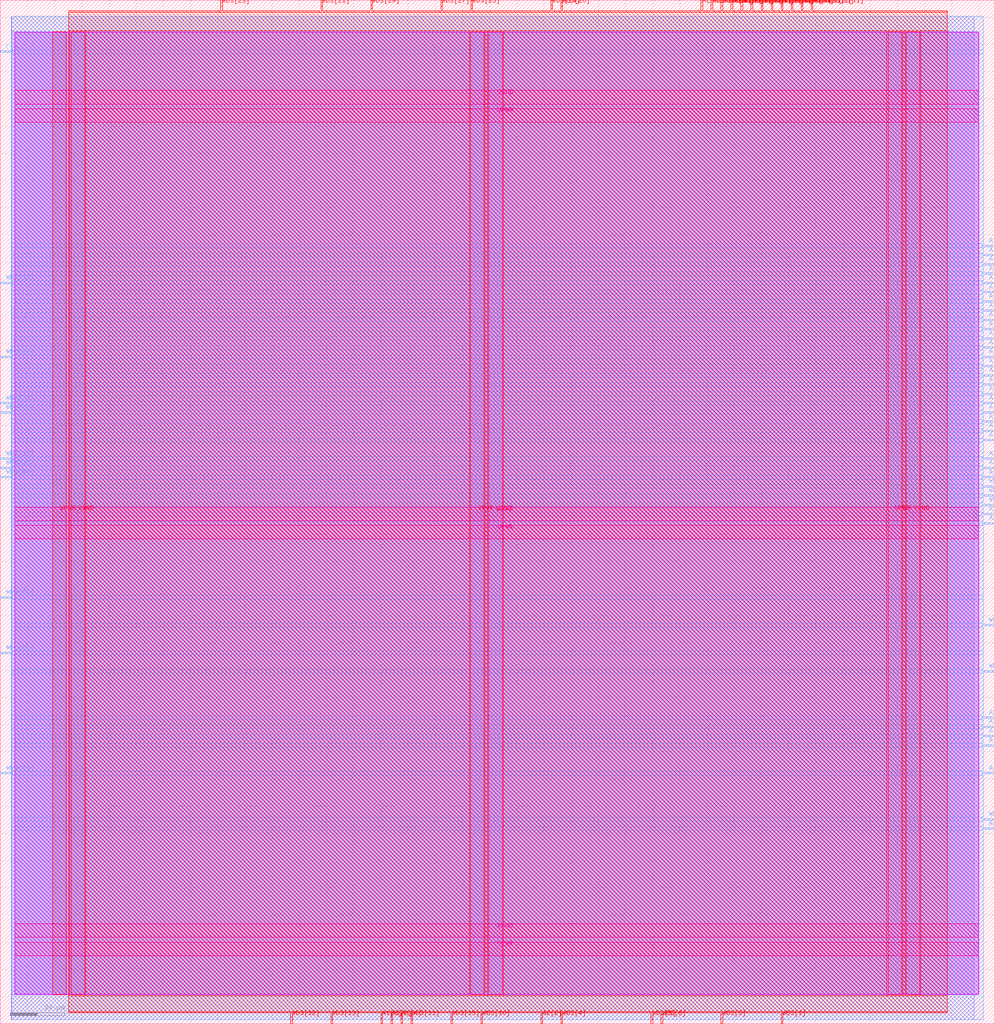
<source format=lef>
VERSION 5.7 ;
  NOWIREEXTENSIONATPIN ON ;
  DIVIDERCHAR "/" ;
  BUSBITCHARS "[]" ;
MACRO top
  CLASS BLOCK ;
  FOREIGN top ;
  ORIGIN 0.000 0.000 ;
  SIZE 365.580 BY 376.300 ;
  PIN A1[0]
    DIRECTION INPUT ;
    USE SIGNAL ;
    ANTENNAGATEAREA 0.126000 ;
    PORT
      LAYER met3 ;
        RECT 361.580 105.440 365.580 106.040 ;
    END
  END A1[0]
  PIN A1[1]
    DIRECTION INPUT ;
    USE SIGNAL ;
    ANTENNAGATEAREA 0.196500 ;
    PORT
      LAYER met3 ;
        RECT 361.580 102.040 365.580 102.640 ;
    END
  END A1[1]
  PIN A1[2]
    DIRECTION INPUT ;
    USE SIGNAL ;
    ANTENNAGATEAREA 0.247500 ;
    PORT
      LAYER met4 ;
        RECT 143.680 0.000 144.280 4.000 ;
    END
  END A1[2]
  PIN A1[3]
    DIRECTION INPUT ;
    USE SIGNAL ;
    ANTENNAGATEAREA 0.247500 ;
    PORT
      LAYER met4 ;
        RECT 140.000 0.000 140.600 4.000 ;
    END
  END A1[3]
  PIN A1[4]
    DIRECTION INPUT ;
    USE SIGNAL ;
    ANTENNAGATEAREA 0.213000 ;
    PORT
      LAYER met4 ;
        RECT 147.360 0.000 147.960 4.000 ;
    END
  END A1[4]
  PIN A2[0]
    DIRECTION INPUT ;
    USE SIGNAL ;
    ANTENNAGATEAREA 6.873000 ;
    PORT
      LAYER met3 ;
        RECT 361.580 112.240 365.580 112.840 ;
    END
  END A2[0]
  PIN A2[1]
    DIRECTION INPUT ;
    USE SIGNAL ;
    ANTENNAGATEAREA 0.921000 ;
    PORT
      LAYER met3 ;
        RECT 361.580 108.840 365.580 109.440 ;
    END
  END A2[1]
  PIN A2[2]
    DIRECTION INPUT ;
    USE SIGNAL ;
    ANTENNAGATEAREA 0.196500 ;
    PORT
      LAYER met4 ;
        RECT 198.880 0.000 199.480 4.000 ;
    END
  END A2[2]
  PIN A2[3]
    DIRECTION INPUT ;
    USE SIGNAL ;
    ANTENNAGATEAREA 0.126000 ;
    PORT
      LAYER met3 ;
        RECT 361.580 71.440 365.580 72.040 ;
    END
  END A2[3]
  PIN A2[4]
    DIRECTION INPUT ;
    USE SIGNAL ;
    ANTENNAGATEAREA 0.247500 ;
    PORT
      LAYER met3 ;
        RECT 361.580 91.840 365.580 92.440 ;
    END
  END A2[4]
  PIN A3[0]
    DIRECTION INPUT ;
    USE SIGNAL ;
    ANTENNAGATEAREA 0.213000 ;
    PORT
      LAYER met3 ;
        RECT 361.580 183.640 365.580 184.240 ;
    END
  END A3[0]
  PIN A3[1]
    DIRECTION INPUT ;
    USE SIGNAL ;
    ANTENNAGATEAREA 0.159000 ;
    PORT
      LAYER met3 ;
        RECT 361.580 187.040 365.580 187.640 ;
    END
  END A3[1]
  PIN A3[2]
    DIRECTION INPUT ;
    USE SIGNAL ;
    ANTENNAGATEAREA 0.159000 ;
    PORT
      LAYER met3 ;
        RECT 361.580 207.440 365.580 208.040 ;
    END
  END A3[2]
  PIN A3[3]
    DIRECTION INPUT ;
    USE SIGNAL ;
    ANTENNAGATEAREA 0.159000 ;
    PORT
      LAYER met3 ;
        RECT 361.580 204.040 365.580 204.640 ;
    END
  END A3[3]
  PIN A3[4]
    DIRECTION INPUT ;
    USE SIGNAL ;
    ANTENNAGATEAREA 0.159000 ;
    PORT
      LAYER met3 ;
        RECT 361.580 200.640 365.580 201.240 ;
    END
  END A3[4]
  PIN ALUOp[0]
    DIRECTION INPUT ;
    USE SIGNAL ;
    ANTENNAGATEAREA 0.213000 ;
    PORT
      LAYER met3 ;
        RECT 361.580 214.240 365.580 214.840 ;
    END
  END ALUOp[0]
  PIN ALUOp[1]
    DIRECTION INPUT ;
    USE SIGNAL ;
    ANTENNAGATEAREA 0.213000 ;
    PORT
      LAYER met3 ;
        RECT 361.580 221.040 365.580 221.640 ;
    END
  END ALUOp[1]
  PIN ALUResult[0]
    DIRECTION OUTPUT ;
    USE SIGNAL ;
    ANTENNADIFFAREA 1.336500 ;
    PORT
      LAYER met3 ;
        RECT 361.580 224.440 365.580 225.040 ;
    END
  END ALUResult[0]
  PIN ALUResult[10]
    DIRECTION OUTPUT ;
    USE SIGNAL ;
    ANTENNADIFFAREA 0.445500 ;
    PORT
      LAYER met3 ;
        RECT 361.580 258.440 365.580 259.040 ;
    END
  END ALUResult[10]
  PIN ALUResult[11]
    DIRECTION OUTPUT ;
    USE SIGNAL ;
    ANTENNADIFFAREA 0.795200 ;
    PORT
      LAYER met4 ;
        RECT 298.240 372.300 298.840 376.300 ;
    END
  END ALUResult[11]
  PIN ALUResult[12]
    DIRECTION OUTPUT ;
    USE SIGNAL ;
    ANTENNADIFFAREA 1.336500 ;
    PORT
      LAYER met3 ;
        RECT 361.580 244.840 365.580 245.440 ;
    END
  END ALUResult[12]
  PIN ALUResult[13]
    DIRECTION OUTPUT ;
    USE SIGNAL ;
    ANTENNADIFFAREA 0.445500 ;
    PORT
      LAYER met3 ;
        RECT 361.580 248.240 365.580 248.840 ;
    END
  END ALUResult[13]
  PIN ALUResult[14]
    DIRECTION OUTPUT ;
    USE SIGNAL ;
    ANTENNADIFFAREA 1.336500 ;
    PORT
      LAYER met3 ;
        RECT 361.580 255.040 365.580 255.640 ;
    END
  END ALUResult[14]
  PIN ALUResult[15]
    DIRECTION OUTPUT ;
    USE SIGNAL ;
    ANTENNADIFFAREA 0.795200 ;
    PORT
      LAYER met4 ;
        RECT 257.760 372.300 258.360 376.300 ;
    END
  END ALUResult[15]
  PIN ALUResult[16]
    DIRECTION OUTPUT ;
    USE SIGNAL ;
    ANTENNADIFFAREA 1.336500 ;
    PORT
      LAYER met3 ;
        RECT 361.580 285.640 365.580 286.240 ;
    END
  END ALUResult[16]
  PIN ALUResult[17]
    DIRECTION OUTPUT ;
    USE SIGNAL ;
    ANTENNADIFFAREA 0.445500 ;
    PORT
      LAYER met3 ;
        RECT 361.580 272.040 365.580 272.640 ;
    END
  END ALUResult[17]
  PIN ALUResult[18]
    DIRECTION OUTPUT ;
    USE SIGNAL ;
    ANTENNADIFFAREA 0.795200 ;
    PORT
      LAYER met3 ;
        RECT 361.580 261.840 365.580 262.440 ;
    END
  END ALUResult[18]
  PIN ALUResult[19]
    DIRECTION OUTPUT ;
    USE SIGNAL ;
    ANTENNADIFFAREA 0.445500 ;
    PORT
      LAYER met3 ;
        RECT 361.580 275.440 365.580 276.040 ;
    END
  END ALUResult[19]
  PIN ALUResult[1]
    DIRECTION OUTPUT ;
    USE SIGNAL ;
    ANTENNADIFFAREA 1.336500 ;
    PORT
      LAYER met3 ;
        RECT 361.580 217.640 365.580 218.240 ;
    END
  END ALUResult[1]
  PIN ALUResult[20]
    DIRECTION OUTPUT ;
    USE SIGNAL ;
    ANTENNADIFFAREA 0.445500 ;
    PORT
      LAYER met3 ;
        RECT 361.580 282.240 365.580 282.840 ;
    END
  END ALUResult[20]
  PIN ALUResult[21]
    DIRECTION OUTPUT ;
    USE SIGNAL ;
    ANTENNADIFFAREA 0.445500 ;
    PORT
      LAYER met3 ;
        RECT 361.580 278.840 365.580 279.440 ;
    END
  END ALUResult[21]
  PIN ALUResult[22]
    DIRECTION OUTPUT ;
    USE SIGNAL ;
    ANTENNADIFFAREA 0.795200 ;
    PORT
      LAYER met4 ;
        RECT 265.120 372.300 265.720 376.300 ;
    END
  END ALUResult[22]
  PIN ALUResult[23]
    DIRECTION OUTPUT ;
    USE SIGNAL ;
    ANTENNADIFFAREA 0.795200 ;
    PORT
      LAYER met4 ;
        RECT 261.440 372.300 262.040 376.300 ;
    END
  END ALUResult[23]
  PIN ALUResult[24]
    DIRECTION OUTPUT ;
    USE SIGNAL ;
    ANTENNADIFFAREA 0.795200 ;
    PORT
      LAYER met4 ;
        RECT 268.800 372.300 269.400 376.300 ;
    END
  END ALUResult[24]
  PIN ALUResult[25]
    DIRECTION OUTPUT ;
    USE SIGNAL ;
    ANTENNADIFFAREA 0.795200 ;
    PORT
      LAYER met4 ;
        RECT 294.560 372.300 295.160 376.300 ;
    END
  END ALUResult[25]
  PIN ALUResult[26]
    DIRECTION OUTPUT ;
    USE SIGNAL ;
    ANTENNADIFFAREA 0.795200 ;
    PORT
      LAYER met4 ;
        RECT 272.480 372.300 273.080 376.300 ;
    END
  END ALUResult[26]
  PIN ALUResult[27]
    DIRECTION OUTPUT ;
    USE SIGNAL ;
    ANTENNADIFFAREA 0.795200 ;
    PORT
      LAYER met4 ;
        RECT 279.840 372.300 280.440 376.300 ;
    END
  END ALUResult[27]
  PIN ALUResult[28]
    DIRECTION OUTPUT ;
    USE SIGNAL ;
    ANTENNADIFFAREA 0.795200 ;
    PORT
      LAYER met4 ;
        RECT 290.880 372.300 291.480 376.300 ;
    END
  END ALUResult[28]
  PIN ALUResult[29]
    DIRECTION OUTPUT ;
    USE SIGNAL ;
    ANTENNADIFFAREA 1.782000 ;
    PORT
      LAYER met4 ;
        RECT 276.160 372.300 276.760 376.300 ;
    END
  END ALUResult[29]
  PIN ALUResult[2]
    DIRECTION OUTPUT ;
    USE SIGNAL ;
    ANTENNADIFFAREA 0.445500 ;
    PORT
      LAYER met3 ;
        RECT 361.580 234.640 365.580 235.240 ;
    END
  END ALUResult[2]
  PIN ALUResult[30]
    DIRECTION OUTPUT ;
    USE SIGNAL ;
    ANTENNADIFFAREA 1.336500 ;
    PORT
      LAYER met4 ;
        RECT 283.520 372.300 284.120 376.300 ;
    END
  END ALUResult[30]
  PIN ALUResult[31]
    DIRECTION OUTPUT ;
    USE SIGNAL ;
    ANTENNADIFFAREA 0.795200 ;
    PORT
      LAYER met4 ;
        RECT 287.200 372.300 287.800 376.300 ;
    END
  END ALUResult[31]
  PIN ALUResult[3]
    DIRECTION OUTPUT ;
    USE SIGNAL ;
    ANTENNADIFFAREA 0.445500 ;
    PORT
      LAYER met3 ;
        RECT 361.580 241.440 365.580 242.040 ;
    END
  END ALUResult[3]
  PIN ALUResult[4]
    DIRECTION OUTPUT ;
    USE SIGNAL ;
    ANTENNADIFFAREA 0.445500 ;
    PORT
      LAYER met3 ;
        RECT 361.580 238.040 365.580 238.640 ;
    END
  END ALUResult[4]
  PIN ALUResult[5]
    DIRECTION OUTPUT ;
    USE SIGNAL ;
    ANTENNADIFFAREA 0.445500 ;
    PORT
      LAYER met3 ;
        RECT 361.580 251.640 365.580 252.240 ;
    END
  END ALUResult[5]
  PIN ALUResult[6]
    DIRECTION OUTPUT ;
    USE SIGNAL ;
    ANTENNADIFFAREA 0.445500 ;
    PORT
      LAYER met3 ;
        RECT 361.580 227.840 365.580 228.440 ;
    END
  END ALUResult[6]
  PIN ALUResult[7]
    DIRECTION OUTPUT ;
    USE SIGNAL ;
    ANTENNADIFFAREA 0.445500 ;
    PORT
      LAYER met3 ;
        RECT 361.580 231.240 365.580 231.840 ;
    END
  END ALUResult[7]
  PIN ALUResult[8]
    DIRECTION OUTPUT ;
    USE SIGNAL ;
    ANTENNADIFFAREA 0.445500 ;
    PORT
      LAYER met3 ;
        RECT 361.580 268.640 365.580 269.240 ;
    END
  END ALUResult[8]
  PIN ALUResult[9]
    DIRECTION OUTPUT ;
    USE SIGNAL ;
    ANTENNADIFFAREA 0.445500 ;
    PORT
      LAYER met3 ;
        RECT 361.580 265.240 365.580 265.840 ;
    END
  END ALUResult[9]
  PIN CLK
    DIRECTION INPUT ;
    USE SIGNAL ;
    ANTENNAGATEAREA 0.852000 ;
    PORT
      LAYER met3 ;
        RECT 0.000 357.040 4.000 357.640 ;
    END
  END CLK
  PIN VGND
    DIRECTION INOUT ;
    USE GROUND ;
    PORT
      LAYER met4 ;
        RECT 26.040 10.640 31.040 364.720 ;
    END
    PORT
      LAYER met4 ;
        RECT 179.640 10.640 184.640 364.720 ;
    END
    PORT
      LAYER met4 ;
        RECT 333.240 10.640 338.240 364.720 ;
    END
    PORT
      LAYER met5 ;
        RECT 5.280 31.730 359.960 36.730 ;
    END
    PORT
      LAYER met5 ;
        RECT 5.280 184.910 359.960 189.910 ;
    END
    PORT
      LAYER met5 ;
        RECT 5.280 338.090 359.960 343.090 ;
    END
  END VGND
  PIN VPWR
    DIRECTION INOUT ;
    USE POWER ;
    PORT
      LAYER met4 ;
        RECT 19.340 10.640 24.340 364.720 ;
    END
    PORT
      LAYER met4 ;
        RECT 172.940 10.640 177.940 364.720 ;
    END
    PORT
      LAYER met4 ;
        RECT 326.540 10.640 331.540 364.720 ;
    END
    PORT
      LAYER met5 ;
        RECT 5.280 25.030 359.960 30.030 ;
    END
    PORT
      LAYER met5 ;
        RECT 5.280 178.210 359.960 183.210 ;
    END
    PORT
      LAYER met5 ;
        RECT 5.280 331.390 359.960 336.390 ;
    END
  END VPWR
  PIN WD3[0]
    DIRECTION INPUT ;
    USE SIGNAL ;
    ANTENNAGATEAREA 0.126000 ;
    PORT
      LAYER met3 ;
        RECT 361.580 129.240 365.580 129.840 ;
    END
  END WD3[0]
  PIN WD3[10]
    DIRECTION INPUT ;
    USE SIGNAL ;
    ANTENNAGATEAREA 0.196500 ;
    PORT
      LAYER met4 ;
        RECT 176.800 0.000 177.400 4.000 ;
    END
  END WD3[10]
  PIN WD3[11]
    DIRECTION INPUT ;
    USE SIGNAL ;
    ANTENNAGATEAREA 0.126000 ;
    PORT
      LAYER met4 ;
        RECT 151.040 0.000 151.640 4.000 ;
    END
  END WD3[11]
  PIN WD3[12]
    DIRECTION INPUT ;
    USE SIGNAL ;
    ANTENNAGATEAREA 0.196500 ;
    PORT
      LAYER met4 ;
        RECT 106.880 0.000 107.480 4.000 ;
    END
  END WD3[12]
  PIN WD3[13]
    DIRECTION INPUT ;
    USE SIGNAL ;
    ANTENNAGATEAREA 0.196500 ;
    PORT
      LAYER met4 ;
        RECT 121.600 0.000 122.200 4.000 ;
    END
  END WD3[13]
  PIN WD3[14]
    DIRECTION INPUT ;
    USE SIGNAL ;
    ANTENNAGATEAREA 0.196500 ;
    PORT
      LAYER met3 ;
        RECT 0.000 91.840 4.000 92.440 ;
    END
  END WD3[14]
  PIN WD3[15]
    DIRECTION INPUT ;
    USE SIGNAL ;
    ANTENNAGATEAREA 0.213000 ;
    PORT
      LAYER met4 ;
        RECT 165.760 0.000 166.360 4.000 ;
    END
  END WD3[15]
  PIN WD3[16]
    DIRECTION INPUT ;
    USE SIGNAL ;
    ANTENNAGATEAREA 0.196500 ;
    PORT
      LAYER met3 ;
        RECT 0.000 204.040 4.000 204.640 ;
    END
  END WD3[16]
  PIN WD3[17]
    DIRECTION INPUT ;
    USE SIGNAL ;
    ANTENNAGATEAREA 0.196500 ;
    PORT
      LAYER met3 ;
        RECT 0.000 136.040 4.000 136.640 ;
    END
  END WD3[17]
  PIN WD3[18]
    DIRECTION INPUT ;
    USE SIGNAL ;
    ANTENNAGATEAREA 0.213000 ;
    PORT
      LAYER met3 ;
        RECT 0.000 156.440 4.000 157.040 ;
    END
  END WD3[18]
  PIN WD3[19]
    DIRECTION INPUT ;
    USE SIGNAL ;
    ANTENNAGATEAREA 0.196500 ;
    PORT
      LAYER met3 ;
        RECT 0.000 207.440 4.000 208.040 ;
    END
  END WD3[19]
  PIN WD3[1]
    DIRECTION INPUT ;
    USE SIGNAL ;
    ANTENNAGATEAREA 0.196500 ;
    PORT
      LAYER met4 ;
        RECT 287.200 0.000 287.800 4.000 ;
    END
  END WD3[1]
  PIN WD3[20]
    DIRECTION INPUT ;
    USE SIGNAL ;
    ANTENNAGATEAREA 0.213000 ;
    PORT
      LAYER met4 ;
        RECT 206.240 372.300 206.840 376.300 ;
    END
  END WD3[20]
  PIN WD3[21]
    DIRECTION INPUT ;
    USE SIGNAL ;
    ANTENNAGATEAREA 0.196500 ;
    PORT
      LAYER met4 ;
        RECT 117.920 372.300 118.520 376.300 ;
    END
  END WD3[21]
  PIN WD3[22]
    DIRECTION INPUT ;
    USE SIGNAL ;
    ANTENNAGATEAREA 0.126000 ;
    PORT
      LAYER met3 ;
        RECT 0.000 244.840 4.000 245.440 ;
    END
  END WD3[22]
  PIN WD3[23]
    DIRECTION INPUT ;
    USE SIGNAL ;
    ANTENNAGATEAREA 0.196500 ;
    PORT
      LAYER met4 ;
        RECT 81.120 372.300 81.720 376.300 ;
    END
  END WD3[23]
  PIN WD3[24]
    DIRECTION INPUT ;
    USE SIGNAL ;
    ANTENNAGATEAREA 0.126000 ;
    PORT
      LAYER met4 ;
        RECT 202.560 372.300 203.160 376.300 ;
    END
  END WD3[24]
  PIN WD3[25]
    DIRECTION INPUT ;
    USE SIGNAL ;
    ANTENNAGATEAREA 0.196500 ;
    PORT
      LAYER met4 ;
        RECT 173.120 372.300 173.720 376.300 ;
    END
  END WD3[25]
  PIN WD3[26]
    DIRECTION INPUT ;
    USE SIGNAL ;
    ANTENNAGATEAREA 0.126000 ;
    PORT
      LAYER met3 ;
        RECT 0.000 224.440 4.000 225.040 ;
    END
  END WD3[26]
  PIN WD3[27]
    DIRECTION INPUT ;
    USE SIGNAL ;
    ANTENNAGATEAREA 0.126000 ;
    PORT
      LAYER met4 ;
        RECT 162.080 372.300 162.680 376.300 ;
    END
  END WD3[27]
  PIN WD3[28]
    DIRECTION INPUT ;
    USE SIGNAL ;
    ANTENNAGATEAREA 0.126000 ;
    PORT
      LAYER met3 ;
        RECT 0.000 272.040 4.000 272.640 ;
    END
  END WD3[28]
  PIN WD3[29]
    DIRECTION INPUT ;
    USE SIGNAL ;
    ANTENNAGATEAREA 0.126000 ;
    PORT
      LAYER met4 ;
        RECT 136.320 372.300 136.920 376.300 ;
    END
  END WD3[29]
  PIN WD3[2]
    DIRECTION INPUT ;
    USE SIGNAL ;
    ANTENNAGATEAREA 0.196500 ;
    PORT
      LAYER met3 ;
        RECT 361.580 74.840 365.580 75.440 ;
    END
  END WD3[2]
  PIN WD3[30]
    DIRECTION INPUT ;
    USE SIGNAL ;
    ANTENNAGATEAREA 0.213000 ;
    PORT
      LAYER met3 ;
        RECT 0.000 227.840 4.000 228.440 ;
    END
  END WD3[30]
  PIN WD3[31]
    DIRECTION INPUT ;
    USE SIGNAL ;
    ANTENNAGATEAREA 0.213000 ;
    PORT
      LAYER met3 ;
        RECT 0.000 200.640 4.000 201.240 ;
    END
  END WD3[31]
  PIN WD3[3]
    DIRECTION INPUT ;
    USE SIGNAL ;
    ANTENNAGATEAREA 0.126000 ;
    PORT
      LAYER met4 ;
        RECT 265.120 0.000 265.720 4.000 ;
    END
  END WD3[3]
  PIN WD3[4]
    DIRECTION INPUT ;
    USE SIGNAL ;
    ANTENNAGATEAREA 0.196500 ;
    PORT
      LAYER met4 ;
        RECT 206.240 0.000 206.840 4.000 ;
    END
  END WD3[4]
  PIN WD3[5]
    DIRECTION INPUT ;
    USE SIGNAL ;
    ANTENNAGATEAREA 0.196500 ;
    PORT
      LAYER met4 ;
        RECT 239.360 0.000 239.960 4.000 ;
    END
  END WD3[5]
  PIN WD3[6]
    DIRECTION INPUT ;
    USE SIGNAL ;
    ANTENNAGATEAREA 0.213000 ;
    PORT
      LAYER met4 ;
        RECT 243.040 0.000 243.640 4.000 ;
    END
  END WD3[6]
  PIN WD3[7]
    DIRECTION INPUT ;
    USE SIGNAL ;
    ANTENNAGATEAREA 0.213000 ;
    PORT
      LAYER met3 ;
        RECT 361.580 146.240 365.580 146.840 ;
    END
  END WD3[7]
  PIN WD3[8]
    DIRECTION INPUT ;
    USE SIGNAL ;
    ANTENNAGATEAREA 0.196500 ;
    PORT
      LAYER met3 ;
        RECT 361.580 197.240 365.580 197.840 ;
    END
  END WD3[8]
  PIN WD3[9]
    DIRECTION INPUT ;
    USE SIGNAL ;
    ANTENNAGATEAREA 0.213000 ;
    PORT
      LAYER met3 ;
        RECT 361.580 193.840 365.580 194.440 ;
    END
  END WD3[9]
  PIN WE3
    DIRECTION INPUT ;
    USE SIGNAL ;
    ANTENNAGATEAREA 0.213000 ;
    PORT
      LAYER met3 ;
        RECT 361.580 190.440 365.580 191.040 ;
    END
  END WE3
  OBS
      LAYER nwell ;
        RECT 5.330 10.795 359.910 364.565 ;
      LAYER li1 ;
        RECT 5.520 10.795 359.720 364.565 ;
      LAYER met1 ;
        RECT 4.210 10.640 359.720 364.720 ;
      LAYER met2 ;
        RECT 4.230 1.515 358.250 370.445 ;
      LAYER met3 ;
        RECT 3.990 358.040 361.580 370.425 ;
        RECT 4.400 356.640 361.580 358.040 ;
        RECT 3.990 286.640 361.580 356.640 ;
        RECT 3.990 285.240 361.180 286.640 ;
        RECT 3.990 283.240 361.580 285.240 ;
        RECT 3.990 281.840 361.180 283.240 ;
        RECT 3.990 279.840 361.580 281.840 ;
        RECT 3.990 278.440 361.180 279.840 ;
        RECT 3.990 276.440 361.580 278.440 ;
        RECT 3.990 275.040 361.180 276.440 ;
        RECT 3.990 273.040 361.580 275.040 ;
        RECT 4.400 271.640 361.180 273.040 ;
        RECT 3.990 269.640 361.580 271.640 ;
        RECT 3.990 268.240 361.180 269.640 ;
        RECT 3.990 266.240 361.580 268.240 ;
        RECT 3.990 264.840 361.180 266.240 ;
        RECT 3.990 262.840 361.580 264.840 ;
        RECT 3.990 261.440 361.180 262.840 ;
        RECT 3.990 259.440 361.580 261.440 ;
        RECT 3.990 258.040 361.180 259.440 ;
        RECT 3.990 256.040 361.580 258.040 ;
        RECT 3.990 254.640 361.180 256.040 ;
        RECT 3.990 252.640 361.580 254.640 ;
        RECT 3.990 251.240 361.180 252.640 ;
        RECT 3.990 249.240 361.580 251.240 ;
        RECT 3.990 247.840 361.180 249.240 ;
        RECT 3.990 245.840 361.580 247.840 ;
        RECT 4.400 244.440 361.180 245.840 ;
        RECT 3.990 242.440 361.580 244.440 ;
        RECT 3.990 241.040 361.180 242.440 ;
        RECT 3.990 239.040 361.580 241.040 ;
        RECT 3.990 237.640 361.180 239.040 ;
        RECT 3.990 235.640 361.580 237.640 ;
        RECT 3.990 234.240 361.180 235.640 ;
        RECT 3.990 232.240 361.580 234.240 ;
        RECT 3.990 230.840 361.180 232.240 ;
        RECT 3.990 228.840 361.580 230.840 ;
        RECT 4.400 227.440 361.180 228.840 ;
        RECT 3.990 225.440 361.580 227.440 ;
        RECT 4.400 224.040 361.180 225.440 ;
        RECT 3.990 222.040 361.580 224.040 ;
        RECT 3.990 220.640 361.180 222.040 ;
        RECT 3.990 218.640 361.580 220.640 ;
        RECT 3.990 217.240 361.180 218.640 ;
        RECT 3.990 215.240 361.580 217.240 ;
        RECT 3.990 213.840 361.180 215.240 ;
        RECT 3.990 208.440 361.580 213.840 ;
        RECT 4.400 207.040 361.180 208.440 ;
        RECT 3.990 205.040 361.580 207.040 ;
        RECT 4.400 203.640 361.180 205.040 ;
        RECT 3.990 201.640 361.580 203.640 ;
        RECT 4.400 200.240 361.180 201.640 ;
        RECT 3.990 198.240 361.580 200.240 ;
        RECT 3.990 196.840 361.180 198.240 ;
        RECT 3.990 194.840 361.580 196.840 ;
        RECT 3.990 193.440 361.180 194.840 ;
        RECT 3.990 191.440 361.580 193.440 ;
        RECT 3.990 190.040 361.180 191.440 ;
        RECT 3.990 188.040 361.580 190.040 ;
        RECT 3.990 186.640 361.180 188.040 ;
        RECT 3.990 184.640 361.580 186.640 ;
        RECT 3.990 183.240 361.180 184.640 ;
        RECT 3.990 157.440 361.580 183.240 ;
        RECT 4.400 156.040 361.580 157.440 ;
        RECT 3.990 147.240 361.580 156.040 ;
        RECT 3.990 145.840 361.180 147.240 ;
        RECT 3.990 137.040 361.580 145.840 ;
        RECT 4.400 135.640 361.580 137.040 ;
        RECT 3.990 130.240 361.580 135.640 ;
        RECT 3.990 128.840 361.180 130.240 ;
        RECT 3.990 113.240 361.580 128.840 ;
        RECT 3.990 111.840 361.180 113.240 ;
        RECT 3.990 109.840 361.580 111.840 ;
        RECT 3.990 108.440 361.180 109.840 ;
        RECT 3.990 106.440 361.580 108.440 ;
        RECT 3.990 105.040 361.180 106.440 ;
        RECT 3.990 103.040 361.580 105.040 ;
        RECT 3.990 101.640 361.180 103.040 ;
        RECT 3.990 92.840 361.580 101.640 ;
        RECT 4.400 91.440 361.180 92.840 ;
        RECT 3.990 75.840 361.580 91.440 ;
        RECT 3.990 74.440 361.180 75.840 ;
        RECT 3.990 72.440 361.580 74.440 ;
        RECT 3.990 71.040 361.180 72.440 ;
        RECT 3.990 1.535 361.580 71.040 ;
      LAYER met4 ;
        RECT 25.135 371.900 80.720 372.300 ;
        RECT 82.120 371.900 117.520 372.300 ;
        RECT 118.920 371.900 135.920 372.300 ;
        RECT 137.320 371.900 161.680 372.300 ;
        RECT 163.080 371.900 172.720 372.300 ;
        RECT 174.120 371.900 202.160 372.300 ;
        RECT 203.560 371.900 205.840 372.300 ;
        RECT 207.240 371.900 257.360 372.300 ;
        RECT 258.760 371.900 261.040 372.300 ;
        RECT 262.440 371.900 264.720 372.300 ;
        RECT 266.120 371.900 268.400 372.300 ;
        RECT 269.800 371.900 272.080 372.300 ;
        RECT 273.480 371.900 275.760 372.300 ;
        RECT 277.160 371.900 279.440 372.300 ;
        RECT 280.840 371.900 283.120 372.300 ;
        RECT 284.520 371.900 286.800 372.300 ;
        RECT 288.200 371.900 290.480 372.300 ;
        RECT 291.880 371.900 294.160 372.300 ;
        RECT 295.560 371.900 297.840 372.300 ;
        RECT 299.240 371.900 348.385 372.300 ;
        RECT 25.135 365.120 348.385 371.900 ;
        RECT 25.135 10.240 25.640 365.120 ;
        RECT 31.440 10.240 172.540 365.120 ;
        RECT 178.340 10.240 179.240 365.120 ;
        RECT 185.040 10.240 326.140 365.120 ;
        RECT 331.940 10.240 332.840 365.120 ;
        RECT 338.640 10.240 348.385 365.120 ;
        RECT 25.135 4.400 348.385 10.240 ;
        RECT 25.135 4.000 106.480 4.400 ;
        RECT 107.880 4.000 121.200 4.400 ;
        RECT 122.600 4.000 139.600 4.400 ;
        RECT 141.000 4.000 143.280 4.400 ;
        RECT 144.680 4.000 146.960 4.400 ;
        RECT 148.360 4.000 150.640 4.400 ;
        RECT 152.040 4.000 165.360 4.400 ;
        RECT 166.760 4.000 176.400 4.400 ;
        RECT 177.800 4.000 198.480 4.400 ;
        RECT 199.880 4.000 205.840 4.400 ;
        RECT 207.240 4.000 238.960 4.400 ;
        RECT 240.360 4.000 242.640 4.400 ;
        RECT 244.040 4.000 264.720 4.400 ;
        RECT 266.120 4.000 286.800 4.400 ;
        RECT 288.200 4.000 348.385 4.400 ;
  END
END top
END LIBRARY


</source>
